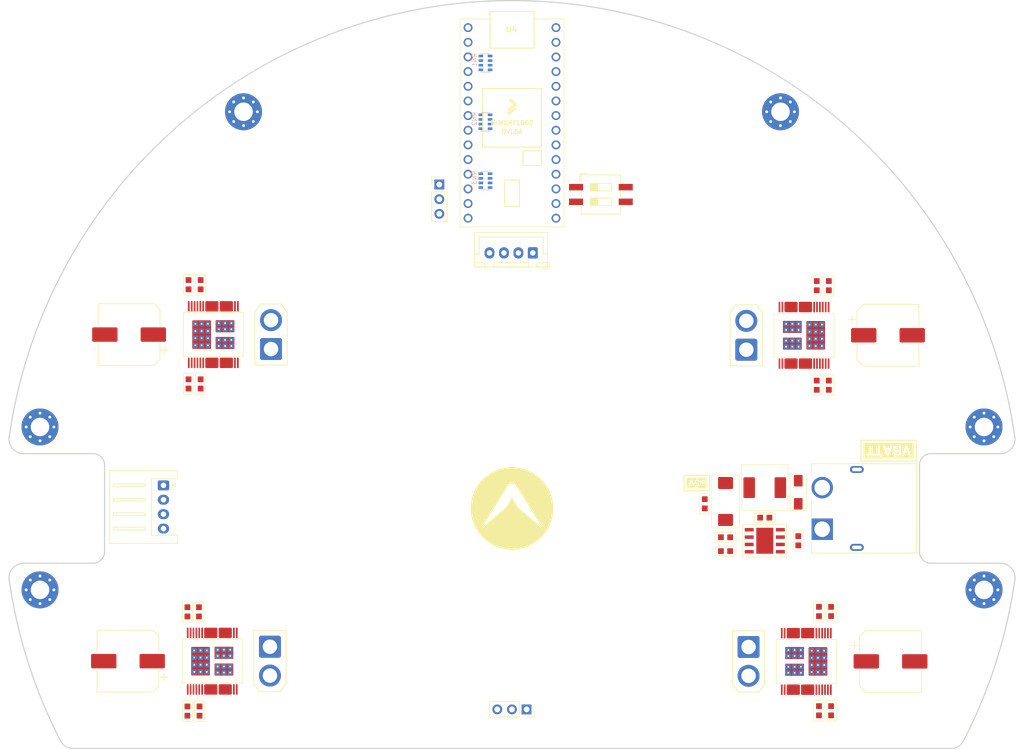
<source format=kicad_pcb>
(kicad_pcb (version 20221018) (generator pcbnew)
  (layers (0 "F.Cu" signal) (31 "B.Cu" signal) (34 "B.Paste" user) (35 "F.Paste" user) (36 "B.SilkS" user "B.Silkscreen") (37 "F.SilkS" user "F.Silkscreen") (38 "B.Mask" user) (39 "F.Mask" user) (44 "Edge.Cuts" user))
  (net 0 "")
  (net 2 "GND")
  (net 4 "+5V")
  (net 8 "VCC")
  (net 9 "Net-(U2-VSENSE)")
  (net 10 "Net-(U2-BOOT)")
  (net 12 "Net-(D2-K)")
  (net 13 "/+3V3")
  (net 14 "/L1 TX")
  (net 15 "/L1 RX")
  (net 16 "/FR PWM")
  (net 17 "/FR INB")
  (net 18 "/FR INA")
  (net 19 "/FL PWM")
  (net 20 "/FL INB")
  (net 21 "/FL INA")
  (net 22 "/ESP TX")
  (net 23 "/ESP RX")
  (net 24 "/ESC")
  (net 25 "/COM SCL")
  (net 26 "/COM SDA")
  (net 27 "/DIP2")
  (net 28 "/DIP1")
  (net 29 "/CAM TX")
  (net 30 "/CAM RX")
  (net 31 "/BR PWM")
  (net 32 "/BR INB")
  (net 33 "/BR INA")
  (net 34 "/BL PWM")
  (net 35 "/BL INB")
  (net 36 "/BL INA")
  (net 37 "/M1 OUTA")
  (net 38 "/M1 OUTB")
  (net 39 "/M2 OUTB")
  (net 40 "/M2 OUTA")
  (net 41 "/M3 OUTB")
  (net 42 "/M3 OUTA")
  (net 43 "/M4 OUTA")
  (net 44 "/M4 OUTB")
  (net 45 "/M SW")
  (net 46 "Net-(U5-ENA)")
  (net 47 "Net-(U5-ENB)")
  (net 48 "Net-(U6-ENA)")
  (net 49 "Net-(U6-ENB)")
  (net 50 "Net-(U7-ENA)")
  (net 51 "Net-(U7-ENB)")
  (net 52 "Net-(U8-ENA)")
  (net 53 "Net-(U8-ENB)")
  (footprint "2024l2:AMASS_XT30-F" (layer "F.Cu") (at 107.99 70.130422 90)
    (fp_text reference "J8" hide)
    (fp_text value "Conn_01x02")
    (pad "1" thru_hole circle (at 2.5 0 270) (size 3.8 3.8) (drill 2.5) (layers "*.Cu" "*.Mask") (net 43 "/M4 OUTA"))
    (pad "2" thru_hole roundrect (at -2.5 0 270) (size 3.8 3.8) (drill 2.5) (layers "*.Cu" "*.Mask") (roundrect_rratio 0.1) (net 44 "/M4 OUTB"))
  )
  (footprint "MountingHole:MountingHole_3.2mm_M3_Pad_Via" (layer "F.Cu") (at 231.5412 86.1359)
    (fp_text reference "H4" hide)
    (fp_text value "MountingHole_Pad")
    (pad "1" thru_hole circle (at -2.4 0) (size 0.8 0.8) (drill 0.5) (layers "*.Cu" "*.Mask"))
    (pad "1" thru_hole circle (at -1.697056 -1.697056) (size 0.8 0.8) (drill 0.5) (layers "*.Cu" "*.Mask"))
    (pad "1" thru_hole circle (at -1.697056 1.697056) (size 0.8 0.8) (drill 0.5) (layers "*.Cu" "*.Mask"))
    (pad "1" thru_hole circle (at 0 -2.4) (size 0.8 0.8) (drill 0.5) (layers "*.Cu" "*.Mask"))
    (pad "1" thru_hole circle (at 0 0) (size 6.4 6.4) (drill 3.2) (layers "*.Cu" "*.Mask"))
    (pad "1" thru_hole circle (at 0 2.4) (size 0.8 0.8) (drill 0.5) (layers "*.Cu" "*.Mask"))
    (pad "1" thru_hole circle (at 1.697056 -1.697056) (size 0.8 0.8) (drill 0.5) (layers "*.Cu" "*.Mask"))
    (pad "1" thru_hole circle (at 1.697056 1.697056) (size 0.8 0.8) (drill 0.5) (layers "*.Cu" "*.Mask"))
    (pad "1" thru_hole circle (at 2.4 0) (size 0.8 0.8) (drill 0.5) (layers "*.Cu" "*.Mask"))
  )
  (footprint "MountingHole:MountingHole_3.2mm_M3_Pad_Via" (layer "F.Cu") (at 196.2776 31.5173)
    (fp_text reference "H6" hide)
    (fp_text value "MountingHole_Pad")
    (pad "1" thru_hole circle (at -2.4 0) (size 0.8 0.8) (drill 0.5) (layers "*.Cu" "*.Mask"))
    (pad "1" thru_hole circle (at -1.697056 -1.697056) (size 0.8 0.8) (drill 0.5) (layers "*.Cu" "*.Mask"))
    (pad "1" thru_hole circle (at -1.697056 1.697056) (size 0.8 0.8) (drill 0.5) (layers "*.Cu" "*.Mask"))
    (pad "1" thru_hole circle (at 0 -2.4) (size 0.8 0.8) (drill 0.5) (layers "*.Cu" "*.Mask"))
    (pad "1" thru_hole circle (at 0 0) (size 6.4 6.4) (drill 3.2) (layers "*.Cu" "*.Mask"))
    (pad "1" thru_hole circle (at 0 2.4) (size 0.8 0.8) (drill 0.5) (layers "*.Cu" "*.Mask"))
    (pad "1" thru_hole circle (at 1.697056 -1.697056) (size 0.8 0.8) (drill 0.5) (layers "*.Cu" "*.Mask"))
    (pad "1" thru_hole circle (at 1.697056 1.697056) (size 0.8 0.8) (drill 0.5) (layers "*.Cu" "*.Mask"))
    (pad "1" thru_hole circle (at 2.4 0) (size 0.8 0.8) (drill 0.5) (layers "*.Cu" "*.Mask"))
  )
  (footprint "2024l2:cap0603" (layer "F.Cu") (at 199.35 105.850001 -90)
    (fp_text reference "C1" hide)
    (fp_text value "10u")
    (pad "1" smd roundrect (at -0.8 0 270) (size 1 1) (layers "F.Cu" "F.Paste" "F.Mask") (roundrect_rratio 0.1) (net 8 "VCC"))
    (pad "2" smd roundrect (at 0.8 0 270) (size 1 1) (layers "F.Cu" "F.Paste" "F.Mask") (roundrect_rratio 0.1) (net 2 "GND"))
  )
  (footprint "2024l2:VNH5050AE" (layer "F.Cu") (at 200.74 126.76 90)
    (fp_text reference "U5" hide)
    (fp_text value "VNH5050A-E")
    (pad "2" smd roundrect (at -4.9 -3.75 90) (size 1.8 0.3) (layers "F.Cu" "F.Paste" "F.Mask") (roundrect_rratio 0.1))
    (pad "13" smd roundrect (at -4.9 1.75 90) (size 1.8 0.3) (layers "F.Cu" "F.Paste" "F.Mask") (roundrect_rratio 0.1))
    (pad "14" smd roundrect (at -4.9 2.25 90) (size 1.8 0.3) (layers "F.Cu" "F.Paste" "F.Mask") (roundrect_rratio 0.1))
    (pad "15" smd roundrect (at -4.9 2.75 90) (size 1.8 0.3) (layers "F.Cu" "F.Paste" "F.Mask") (roundrect_rratio 0.1) (net 21 "/FL INA"))
    (pad "16" smd roundrect (at -4.9 3.25 90) (size 1.8 0.3) (layers "F.Cu" "F.Paste" "F.Mask") (roundrect_rratio 0.1) (net 46 "Net-(U5-ENA)"))
    (pad "17" smd roundrect (at -4.9 3.75 90) (size 1.8 0.3) (layers "F.Cu" "F.Paste" "F.Mask") (roundrect_rratio 0.1) (net 19 "/FL PWM"))
    (pad "18" smd roundrect (at -4.9 4.25 90) (size 1.8 0.3) (layers "F.Cu" "F.Paste" "F.Mask") (roundrect_rratio 0.1))
    (pad "19" smd roundrect (at 4.9 4.25 90) (size 1.8 0.3) (layers "F.Cu" "F.Paste" "F.Mask") (roundrect_rratio 0.1))
    (pad "20" smd roundrect (at 4.9 3.75 90) (size 1.8 0.3) (layers "F.Cu" "F.Paste" "F.Mask") (roundrect_rratio 0.1))
    (pad "21" smd roundrect (at 4.9 3.25 90) (size 1.8 0.3) (layers "F.Cu" "F.Paste" "F.Mask") (roundrect_rratio 0.1) (net 47 "Net-(U5-ENB)"))
    (pad "22" smd roundrect (at 4.9 2.75 90) (size 1.8 0.3) (layers "F.Cu" "F.Paste" "F.Mask") (roundrect_rratio 0.1) (net 20 "/FL INB"))
    (pad "23" smd roundrect (at 4.9 2.25 90) (size 1.8 0.3) (layers "F.Cu" "F.Paste" "F.Mask") (roundrect_rratio 0.1))
    (pad "24" smd roundrect (at 4.9 1.75 90) (size 1.8 0.3) (layers "F.Cu" "F.Paste" "F.Mask") (roundrect_rratio 0.1))
    (pad "35" smd roundrect (at 4.9 -3.75 90) (size 1.8 0.3) (layers "F.Cu" "F.Paste" "F.Mask") (roundrect_rratio 0.1))
    (pad "37" thru_hole rect (at 0.925 -3.108 90) (size 0.808 0.808) (drill 0.3) (layers "*.Cu" "*.Mask") (net 38 "/M1 OUTB"))
    (pad "37" thru_hole rect (at 0.925 -2.025 90) (size 0.808 0.808) (drill 0.3) (layers "*.Cu" "*.Mask") (net 38 "/M1 OUTB"))
    (pad "37" thru_hole rect (at 0.925 -0.942 90) (size 0.808 0.808) (drill 0.3) (layers "*.Cu" "*.Mask") (net 38 "/M1 OUTB"))
    (pad "37" smd roundrect (at 1.45 -2.025 270) (size 2.1 3.25) (layers "F.Cu" "F.Mask") (roundrect_rratio 0.05) (net 38 "/M1 OUTB"))
    (pad "37" thru_hole rect (at 1.975 -3.108 90) (size 0.808 0.808) (drill 0.3) (layers "*.Cu" "*.Mask") (net 38 "/M1 OUTB"))
    (pad "37" thru_hole rect (at 1.975 -2.025 90) (size 0.808 0.808) (drill 0.3) (layers "*.Cu" "*.Mask") (net 38 "/M1 OUTB"))
    (pad "37" thru_hole rect (at 1.975 -0.942 90) (size 0.808 0.808) (drill 0.3) (layers "*.Cu" "*.Mask") (net 38 "/M1 OUTB"))
    (pad "37" smd roundrect (at 4.9 0.25 90) (size 1.8 2.3) (layers "F.Cu" "F.Paste" "F.Mask") (roundrect_rratio 0.1) (net 38 "/M1 OUTB"))
    (pad "38" smd roundrect (at -4.9 0.25 90) (size 1.8 2.3) (layers "F.Cu" "F.Paste" "F.Mask") (roundrect_rratio 0.1) (net 37 "/M1 OUTA"))
    (pad "38" thru_hole rect (at -1.975 -3.108 90) (size 0.808 0.808) (drill 0.3) (layers "*.Cu" "*.Mask") (net 37 "/M1 OUTA"))
    (pad "38" thru_hole rect (at -1.975 -2.025 90) (size 0.808 0.808) (drill 0.3) (layers "*.Cu" "*.Mask") (net 37 "/M1 OUTA"))
    (pad "38" thru_hole rect (at -1.975 -0.942 90) (size 0.808 0.808) (drill 0.3) (layers "*.Cu" "*.Mask") (net 37 "/M1 OUTA"))
    (pad "38" smd roundrect (at -1.45 -2.025 270) (size 2.1 3.25) (layers "F.Cu" "F.Mask") (roundrect_rratio 0.05) (net 37 "/M1 OUTA"))
    (pad "38" thru_hole rect (at -0.925 -3.108 90) (size 0.808 0.808) (drill 0.3) (layers "*.Cu" "*.Mask") (net 37 "/M1 OUTA"))
    (pad "38" thru_hole rect (at -0.925 -2.025 90) (size 0.808 0.808) (drill 0.3) (layers "*.Cu" "*.Mask") (net 37 "/M1 OUTA"))
    (pad "38" thru_hole rect (at -0.925 -0.942 90) (size 0.808 0.808) (drill 0.3) (layers "*.Cu" "*.Mask") (net 37 "/M1 OUTA"))
    (pad "39" thru_hole rect (at -1.85625 0.942 90) (size 0.808 0.808) (drill 0.3) (layers "*.Cu" "*.Mask") (net 8 "VCC"))
    (pad "39" thru_hole rect (at -1.85625 2.025 90) (size 0.808 0.808) (drill 0.3) (layers "*.Cu" "*.Mask") (net 8 "VCC"))
    (pad "39" thru_hole rect (at -1.85625 3.108 90) (size 0.808 0.808) (drill 0.3) (layers "*.Cu" "*.Mask") (net 8 "VCC"))
    (pad "39" thru_hole rect (at -0.61875 0.942 90) (size 0.808 0.808) (drill 0.3) (layers "*.Cu" "*.Mask") (net 8 "VCC"))
    (pad "39" thru_hole rect (at -0.61875 2.025 90) (size 0.808 0.808) (drill 0.3) (layers "*.Cu" "*.Mask") (net 8 "VCC"))
    (pad "39" thru_hole rect (at -0.61875 3.108 90) (size 0.808 0.808) (drill 0.3) (layers "*.Cu" "*.Mask") (net 8 "VCC"))
    (pad "39" smd roundrect (at 0 2.025 270) (size 4.95 3.25) (layers "F.Cu" "F.Mask") (roundrect_rratio 0.05) (net 8 "VCC"))
    (pad "39" thru_hole rect (at 0.61875 0.942 90) (size 0.808 0.808) (drill 0.3) (layers "*.Cu" "*.Mask") (net 8 "VCC"))
    (pad "39" thru_hole rect (at 0.61875 2.025 90) (size 0.808 0.808) (drill 0.3) (layers "*.Cu" "*.Mask") (net 8 "VCC"))
    (pad "39" thru_hole rect (at 0.61875 3.108 90) (size 0.808 0.808) (drill 0.3) (layers "*.Cu" "*.Mask") (net 8 "VCC"))
    (pad "39" thru_hole rect (at 1.85625 0.942 90) (size 0.808 0.808) (drill 0.3) (layers "*.Cu" "*.Mask") (net 8 "VCC"))
    (pad "39" thru_hole rect (at 1.85625 2.025 90) (size 0.808 0.808) (drill 0.3) (layers "*.Cu" "*.Mask") (net 8 "VCC"))
    (pad "39" thru_hole rect (at 1.85625 3.108 90) (size 0.808 0.808) (drill 0.3) (layers "*.Cu" "*.Mask") (net 8 "VCC"))
    (pad "GND" smd roundrect (at -4.9 -4.25 90) (size 1.8 0.3) (layers "F.Cu" "F.Paste" "F.Mask") (roundrect_rratio 0.1) (net 2 "GND"))
    (pad "GND" smd roundrect (at -4.9 -2.25 90) (size 1.8 2.3) (layers "F.Cu" "F.Paste" "F.Mask") (roundrect_rratio 0.1) (net 2 "GND"))
    (pad "GND" smd roundrect (at 4.9 -4.25 90) (size 1.8 0.3) (layers "F.Cu" "F.Paste" "F.Mask") (roundrect_rratio 0.1) (net 2 "GND"))
    (pad "GND" smd roundrect (at 4.9 -2.25 90) (size 1.8 2.3) (layers "F.Cu" "F.Paste" "F.Mask") (roundrect_rratio 0.1) (net 2 "GND"))
  )
  (footprint "MountingHole:MountingHole_3.2mm_M3_Pad_Via" (layer "F.Cu") (at 67.9588 86.1359)
    (fp_text reference "H3" hide)
    (fp_text value "MountingHole_Pad")
    (pad "1" thru_hole circle (at -2.4 0) (size 0.8 0.8) (drill 0.5) (layers "*.Cu" "*.Mask"))
    (pad "1" thru_hole circle (at -1.697056 -1.697056) (size 0.8 0.8) (drill 0.5) (layers "*.Cu" "*.Mask"))
    (pad "1" thru_hole circle (at -1.697056 1.697056) (size 0.8 0.8) (drill 0.5) (layers "*.Cu" "*.Mask"))
    (pad "1" thru_hole circle (at 0 -2.4) (size 0.8 0.8) (drill 0.5) (layers "*.Cu" "*.Mask"))
    (pad "1" thru_hole circle (at 0 0) (size 6.4 6.4) (drill 3.2) (layers "*.Cu" "*.Mask"))
    (pad "1" thru_hole circle (at 0 2.4) (size 0.8 0.8) (drill 0.5) (layers "*.Cu" "*.Mask"))
    (pad "1" thru_hole circle (at 1.697056 -1.697056) (size 0.8 0.8) (drill 0.5) (layers "*.Cu" "*.Mask"))
    (pad "1" thru_hole circle (at 1.697056 1.697056) (size 0.8 0.8) (drill 0.5) (layers "*.Cu" "*.Mask"))
    (pad "1" thru_hole circle (at 2.4 0) (size 0.8 0.8) (drill 0.5) (layers "*.Cu" "*.Mask"))
  )
  (footprint "2024l2:res0603" (layer "F.Cu") (at 205.04 118.11 -90)
    (fp_text reference "R8" hide)
    (fp_text value "1K")
    (pad "1" smd roundrect (at -0.8 0 270) (size 1 1) (layers "F.Cu" "F.Paste" "F.Mask") (roundrect_rratio 0.1) (net 45 "/M SW"))
    (pad "2" smd roundrect (at 0.8 0 270) (size 1 1) (layers "F.Cu" "F.Paste" "F.Mask") (roundrect_rratio 0.1) (net 47 "Net-(U5-ENB)"))
  )
  (footprint "2024l2:res0603" (layer "F.Cu") (at 95.79 61.480422 -90)
    (fp_text reference "R20" hide)
    (fp_text value "10K")
    (pad "1" smd roundrect (at -0.8 0 270) (size 1 1) (layers "F.Cu" "F.Paste" "F.Mask") (roundrect_rratio 0.1) (net 4 "+5V"))
    (pad "2" smd roundrect (at 0.8 0 270) (size 1 1) (layers "F.Cu" "F.Paste" "F.Mask") (roundrect_rratio 0.1) (net 52 "Net-(U8-ENA)"))
  )
  (footprint "Connector_PinSocket_2.54mm:PinSocket_1x03_P2.54mm_Vertical" (layer "F.Cu") (at 152.275 135.075 -90)
    (fp_text reference "J4" hide)
    (fp_text value "Conn_01x03")
    (pad "1" thru_hole rect (at 0 0 270) (size 1.7 1.7) (drill 1) (layers "*.Cu" "*.Mask") (net 24 "/ESC"))
    (pad "2" thru_hole oval (at 0 2.54 270) (size 1.7 1.7) (drill 1) (layers "*.Cu" "*.Mask"))
    (pad "3" thru_hole oval (at 0 5.08 270) (size 1.7 1.7) (drill 1) (layers "*.Cu" "*.Mask") (net 2 "GND"))
  )
  (footprint "2024l2:res0603" (layer "F.Cu") (at 202.94 118.11 -90)
    (fp_text reference "R13" hide)
    (fp_text value "10K")
    (pad "1" smd roundrect (at -0.8 0 270) (size 1 1) (layers "F.Cu" "F.Paste" "F.Mask") (roundrect_rratio 0.1) (net 4 "+5V"))
    (pad "2" smd roundrect (at 0.8 0 270) (size 1 1) (layers "F.Cu" "F.Paste" "F.Mask") (roundrect_rratio 0.1) (net 47 "Net-(U5-ENB)"))
  )
  (footprint "2024l2:res0603" (layer "F.Cu") (at 95.5014 118.169578 -90)
    (fp_text reference "R19" hide)
    (fp_text value "10K")
    (pad "1" smd roundrect (at -0.8 0 270) (size 1 1) (layers "F.Cu" "F.Paste" "F.Mask") (roundrect_rratio 0.1) (net 4 "+5V"))
    (pad "2" smd roundrect (at 0.8 0 270) (size 1 1) (layers "F.Cu" "F.Paste" "F.Mask") (roundrect_rratio 0.1) (net 50 "Net-(U7-ENA)"))
  )
  (footprint "2024l2:res0603" (layer "F.Cu") (at 205.04 135.31 90)
    (fp_text reference "R7" hide)
    (fp_text value "1K")
    (pad "1" smd roundrect (at -0.8 0 90) (size 1 1) (layers "F.Cu" "F.Paste" "F.Mask") (roundrect_rratio 0.1) (net 45 "/M SW"))
    (pad "2" smd roundrect (at 0.8 0 90) (size 1 1) (layers "F.Cu" "F.Paste" "F.Mask") (roundrect_rratio 0.1) (net 46 "Net-(U5-ENA)"))
  )
  (footprint "2024l2:res0603" (layer "F.Cu") (at 95.6014 135.369578 90)
    (fp_text reference "R21" hide)
    (fp_text value "10K")
    (pad "1" smd roundrect (at -0.8 0 90) (size 1 1) (layers "F.Cu" "F.Paste" "F.Mask") (roundrect_rratio 0.1) (net 4 "+5V"))
    (pad "2" smd roundrect (at 0.8 0 90) (size 1 1) (layers "F.Cu" "F.Paste" "F.Mask") (roundrect_rratio 0.1) (net 51 "Net-(U7-ENB)"))
  )
  (footprint "Button_Switch_SMD:SW_DIP_SPSTx02_Slide_6.7x6.64mm_W8.61mm_P2.54mm_LowProfile" (layer "F.Cu") (at 165.15 45.85)
    (fp_text reference "SW3" hide)
    (fp_text value "SW_DIP_x02")
    (pad "1" smd rect (at -4.305 -1.27) (size 2.44 1.12) (layers "F.Cu" "F.Paste" "F.Mask") (net 27 "/DIP2"))
    (pad "2" smd rect (at -4.305 1.27) (size 2.44 1.12) (layers "F.Cu" "F.Paste" "F.Mask") (net 28 "/DIP1"))
    (pad "3" smd rect (at 4.305 1.27) (size 2.44 1.12) (layers "F.Cu" "F.Paste" "F.Mask") (net 2 "GND"))
    (pad "4" smd rect (at 4.305 -1.27) (size 2.44 1.12) (layers "F.Cu" "F.Paste" "F.Mask") (net 2 "GND"))
  )
  (footprint "Connector_JST:JST_XH_B4B-XH-A_1x04_P2.50mm_Vertical" (layer "F.Cu") (at 153.35 55.975 180)
    (fp_text reference "J3" hide)
    (fp_text value "Conn_01x04")
    (pad "1" thru_hole roundrect (at 0 0 180) (size 1.7 1.95) (drill 0.95) (layers "*.Cu" "*.Mask") (roundrect_rratio 0.147059) (net 4 "+5V"))
    (pad "2" thru_hole oval (at 2.5 0 180) (size 1.7 1.95) (drill 0.95) (layers "*.Cu" "*.Mask") (net 22 "/ESP TX"))
    (pad "3" thru_hole oval (at 5 0 180) (size 1.7 1.95) (drill 0.95) (layers "*.Cu" "*.Mask") (net 23 "/ESP RX"))
    (pad "4" thru_hole oval (at 7.5 0 180) (size 1.7 1.95) (drill 0.95) (layers "*.Cu" "*.Mask") (net 2 "GND"))
  )
  (footprint "2024l2:cap0603" (layer "F.Cu") (at 193.55 101.850002)
    (fp_text reference "C2" hide)
    (fp_text value "10n")
    (pad "1" smd roundrect (at -0.8 0) (size 1 1) (layers "F.Cu" "F.Paste" "F.Mask") (roundrect_rratio 0.1) (net 10 "Net-(U2-BOOT)"))
    (pad "2" smd roundrect (at 0.8 0) (size 1 1) (layers "F.Cu" "F.Paste" "F.Mask") (roundrect_rratio 0.1) (net 12 "Net-(D2-K)"))
  )
  (footprint "2024l2:res0603" (layer "F.Cu") (at 204.65 61.65 -90)
    (fp_text reference "R10" hide)
    (fp_text value "1K")
    (pad "1" smd roundrect (at -0.8 0 270) (size 1 1) (layers "F.Cu" "F.Paste" "F.Mask") (roundrect_rratio 0.1) (net 45 "/M SW"))
    (pad "2" smd roundrect (at 0.8 0 270) (size 1 1) (layers "F.Cu" "F.Paste" "F.Mask") (roundrect_rratio 0.1) (net 49 "Net-(U6-ENB)"))
  )
  (footprint "2024l2:VNH5050AE" (layer "F.Cu") (at 200.35 70.25 90)
    (fp_text reference "U6" hide)
    (fp_text value "VNH5050A-E")
    (pad "2" smd roundrect (at -4.9 -3.75 90) (size 1.8 0.3) (layers "F.Cu" "F.Paste" "F.Mask") (roundrect_rratio 0.1))
    (pad "13" smd roundrect (at -4.9 1.75 90) (size 1.8 0.3) (layers "F.Cu" "F.Paste" "F.Mask") (roundrect_rratio 0.1))
    (pad "14" smd roundrect (at -4.9 2.25 90) (size 1.8 0.3) (layers "F.Cu" "F.Paste" "F.Mask") (roundrect_rratio 0.1))
    (pad "15" smd roundrect (at -4.9 2.75 90) (size 1.8 0.3) (layers "F.Cu" "F.Paste" "F.Mask") (roundrect_rratio 0.1) (net 36 "/BL INA"))
    (pad "16" smd roundrect (at -4.9 3.25 90) (size 1.8 0.3) (layers "F.Cu" "F.Paste" "F.Mask") (roundrect_rratio 0.1) (net 48 "Net-(U6-ENA)"))
    (pad "17" smd roundrect (at -4.9 3.75 90) (size 1.8 0.3) (layers "F.Cu" "F.Paste" "F.Mask") (roundrect_rratio 0.1) (net 34 "/BL PWM"))
    (pad "18" smd roundrect (at -4.9 4.25 90) (size 1.8 0.3) (layers "F.Cu" "F.Paste" "F.Mask") (roundrect_rratio 0.1))
    (pad "19" smd roundrect (at 4.9 4.25 90) (size 1.8 0.3) (layers "F.Cu" "F.Paste" "F.Mask") (roundrect_rratio 0.1))
    (pad "20" smd roundrect (at 4.9 3.75 90) (size 1.8 0.3) (layers "F.Cu" "F.Paste" "F.Mask") (roundrect_rratio 0.1))
    (pad "21" smd roundrect (at 4.9 3.25 90) (size 1.8 0.3) (layers "F.Cu" "F.Paste" "F.Mask") (roundrect_rratio 0.1) (net 49 "Net-(U6-ENB)"))
    (pad "22" smd roundrect (at 4.9 2.75 90) (size 1.8 0.3) (layers "F.Cu" "F.Paste" "F.Mask") (roundrect_rratio 0.1) (net 35 "/BL INB"))
    (pad "23" smd roundrect (at 4.9 2.25 90) (size 1.8 0.3) (layers "F.Cu" "F.Paste" "F.Mask") (roundrect_rratio 0.1))
    (pad "24" smd roundrect (at 4.9 1.75 90) (size 1.8 0.3) (layers "F.Cu" "F.Paste" "F.Mask") (roundrect_rratio 0.1))
    (pad "35" smd roundrect (at 4.9 -3.75 90) (size 1.8 0.3) (layers "F.Cu" "F.Paste" "F.Mask") (roundrect_rratio 0.1))
    (pad "37" thru_hole rect (at 0.925 -3.108 90) (size 0.808 0.808) (drill 0.3) (layers "*.Cu" "*.Mask") (net 41 "/M3 OUTB"))
    (pad "37" thru_hole rect (at 0.925 -2.025 90) (size 0.808 0.808) (drill 0.3) (layers "*.Cu" "*.Mask") (net 41 "/M3 OUTB"))
    (pad "37" thru_hole rect (at 0.925 -0.942 90) (size 0.808 0.808) (drill 0.3) (layers "*.Cu" "*.Mask") (net 41 "/M3 OUTB"))
    (pad "37" smd roundrect (at 1.45 -2.025 270) (size 2.1 3.25) (layers "F.Cu" "F.Mask") (roundrect_rratio 0.05) (net 41 "/M3 OUTB"))
    (pad "37" thru_hole rect (at 1.975 -3.108 90) (size 0.808 0.808) (drill 0.3) (layers "*.Cu" "*.Mask") (net 41 "/M3 OUTB"))
    (pad "37" thru_hole rect (at 1.975 -2.025 90) (size 0.808 0.808) (drill 0.3) (layers "*.Cu" "*.Mask") (net 41 "/M3 OUTB"))
    (pad "37" thru_hole rect (at 1.975 -0.942 90) (size 0.808 0.808) (drill 0.3) (layers "*.Cu" "*.Mask") (net 41 "/M3 OUTB"))
    (pad "37" smd roundrect (at 4.9 0.25 90) (size 1.8 2.3) (layers "F.Cu" "F.Paste" "F.Mask") (roundrect_rratio 0.1) (net 41 "/M3 OUTB"))
    (pad "38" smd roundrect (at -4.9 0.25 90) (size 1.8 2.3) (layers "F.Cu" "F.Paste" "F.Mask") (roundrect_rratio 0.1) (net 42 "/M3 OUTA"))
    (pad "38" thru_hole rect (at -1.975 -3.108 90) (size 0.808 0.808) (drill 0.3) (layers "*.Cu" "*.Mask") (net 42 "/M3 OUTA"))
    (pad "38" thru_hole rect (at -1.975 -2.025 90) (size 0.808 0.808) (drill 0.3) (layers "*.Cu" "*.Mask") (net 42 "/M3 OUTA"))
    (pad "38" thru_hole rect (at -1.975 -0.942 90) (size 0.808 0.808) (drill 0.3) (layers "*.Cu" "*.Mask") (net 42 "/M3 OUTA"))
    (pad "38" smd roundrect (at -1.45 -2.025 270) (size 2.1 3.25) (layers "F.Cu" "F.Mask") (roundrect_rratio 0.05) (net 42 "/M3 OUTA"))
    (pad "38" thru_hole rect (at -0.925 -3.108 90) (size 0.808 0.808) (drill 0.3) (layers "*.Cu" "*.Mask") (net 42 "/M3 OUTA"))
    (pad "38" thru_hole rect (at -0.925 -2.025 90) (size 0.808 0.808) (drill 0.3) (layers "*.Cu" "*.Mask") (net 42 "/M3 OUTA"))
    (pad "38" thru_hole rect (at -0.925 -0.942 90) (size 0.808 0.808) (drill 0.3) (layers "*.Cu" "*.Mask") (net 42 "/M3 OUTA"))
    (pad "39" thru_hole rect (at -1.85625 0.942 90) (size 0.808 0.808) (drill 0.3) (layers "*.Cu" "*.Mask") (net 8 "VCC"))
    (pad "39" thru_hole rect (at -1.85625 2.025 90) (size 0.808 0.808) (drill 0.3) (layers "*.Cu" "*.Mask") (net 8 "VCC"))
    (pad "39" thru_hole rect (at -1.85625 3.108 90) (size 0.808 0.808) (drill 0.3) (layers "*.Cu" "*.Mask") (net 8 "VCC"))
    (pad "39" thru_hole rect (at -0.61875 0.942 90) (size 0.808 0.808) (drill 0.3) (layers "*.Cu" "*.Mask") (net 8 "VCC"))
    (pad "39" thru_hole rect (at -0.61875 2.025 90) (size 0.808 0.808) (drill 0.3) (layers "*.Cu" "*.Mask") (net 8 "VCC"))
    (pad "39" thru_hole rect (at -0.61875 3.108 90) (size 0.808 0.808) (drill 0.3) (layers "*.Cu" "*.Mask") (net 8 "VCC"))
    (pad "39" smd roundrect (at 0 2.025 270) (size 4.95 3.25) (layers "F.Cu" "F.Mask") (roundrect_rratio 0.05) (net 8 "VCC"))
    (pad "39" thru_hole rect (at 0.61875 0.942 90) (size 0.808 0.808) (drill 0.3) (layers "*.Cu" "*.Mask") (net 8 "VCC"))
    (pad "39" thru_hole rect (at 0.61875 2.025 90) (size 0.808 0.808) (drill 0.3) (layers "*.Cu" "*.Mask") (net 8 "VCC"))
    (pad "39" thru_hole rect (at 0.61875 3.108 90) (size 0.808 0.808) (drill 0.3) (layers "*.Cu" "*.Mask") (net 8 "VCC"))
    (pad "39" thru_hole rect (at 1.85625 0.942 90) (size 0.808 0.808) (drill 0.3) (layers "*.Cu" "*.Mask") (net 8 "VCC"))
    (pad "39" thru_hole rect (at 1.85625 2.025 90) (size 0.808 0.808) (drill 0.3) (layers "*.Cu" "*.Mask") (net 8 "VCC"))
    (pad "39" thru_hole rect (at 1.85625 3.108 90) (size 0.808 0.808) (drill 0.3) (layers "*.Cu" "*.Mask") (net 8 "VCC"))
    (pad "GND" smd roundrect (at -4.9 -4.25 90) (size 1.8 0.3) (layers "F.Cu" "F.Paste" "F.Mask") (roundrect_rratio 0.1) (net 2 "GND"))
    (pad "GND" smd roundrect (at -4.9 -2.25 90) (size 1.8 2.3) (layers "F.Cu" "F.Paste" "F.Mask") (roundrect_rratio 0.1) (net 2 "GND"))
    (pad "GND" smd roundrect (at 4.9 -4.25 90) (size 1.8 0.3) (layers "F.Cu" "F.Paste" "F.Mask") (roundrect_rratio 0.1) (net 2 "GND"))
    (pad "GND" smd roundrect (at 4.9 -2.25 90) (size 1.8 2.3) (layers "F.Cu" "F.Paste" "F.Mask") (roundrect_rratio 0.1) (net 2 "GND"))
  )
  (footprint "2024l2:teensy4" (layer "F.Cu") (at 149.75 33.45)
    (fp_text reference "U4" (at -0.1 -16.2) (layer "F.SilkS"))
    (fp_text value "Teensy 4.0")
    (fp_text user "DVL6A" (at 0 1.524) (layer "F.SilkS") (effects (font (size 0.8 0.8))))
    (fp_text user "MIMXRT1062" (at 0 0) (layer "F.SilkS") (effects (font (size 0.8 0.8))))
    (pad "0" thru_hole circle (at -7.62 -13.97) (size 1.53 1.53) (drill 1.02) (layers "*.Cu" "*.Mask") (net 21 "/FL INA"))
    (pad "1" thru_hole circle (at -7.62 -11.43) (size 1.53 1.53) (drill 1.02) (layers "*.Cu" "*.Mask") (net 20 "/FL INB"))
    (pad "2" thru_hole circle (at -7.62 -8.89) (size 1.53 1.53) (drill 1.02) (layers "*.Cu" "*.Mask") (net 19 "/FL PWM"))
    (pad "3" thru_hole circle (at -7.62 -6.35) (size 1.53 1.53) (drill 1.02) (layers "*.Cu" "*.Mask") (net 18 "/FR INA"))
    (pad "3.3V_2" thru_hole circle (at 7.62 -11.43) (size 1.53 1.53) (drill 1.02) (layers "*.Cu" "*.Mask") (net 13 "/+3V3"))
    (pad "4" thru_hole circle (at -7.62 -3.81) (size 1.53 1.53) (drill 1.02) (layers "*.Cu" "*.Mask") (net 17 "/FR INB"))
    (pad "5" thru_hole circle (at -7.62 -1.27) (size 1.53 1.53) (drill 1.02) (layers "*.Cu" "*.Mask") (net 16 "/FR PWM"))
    (pad "6" thru_hole circle (at -7.62 1.27) (size 1.53 1.53) (drill 1.02) (layers "*.Cu" "*.Mask") (net 36 "/BL INA"))
    (pad "7" thru_hole circle (at -7.62 3.81) (size 1.53 1.53) (drill 1.02) (layers "*.Cu" "*.Mask") (net 35 "/BL INB"))
    (pad "8" thru_hole circle (at -7.62 6.35) (size 1.53 1.53) (drill 1.02) (layers "*.Cu" "*.Mask") (net 34 "/BL PWM"))
    (pad "9" thru_hole circle (at -7.62 8.89) (size 1.53 1.53) (drill 1.02) (layers "*.Cu" "*.Mask") (net 33 "/BR INA"))
    (pad "10" thru_hole circle (at -7.62 11.43) (size 1.53 1.53) (drill 1.02) (layers "*.Cu" "*.Mask") (net 32 "/BR INB"))
    (pad "11" thru_hole circle (at -7.62 13.97) (size 1.53 1.53) (drill 1.02) (layers "*.Cu" "*.Mask") (net 31 "/BR PWM"))
    (pad "12" thru_hole circle (at -7.62 16.51) (size 1.53 1.53) (drill 1.02) (layers "*.Cu" "*.Mask") (net 24 "/ESC"))
    (pad "13" thru_hole circle (at 7.62 16.51) (size 1.53 1.53) (drill 1.02) (layers "*.Cu" "*.Mask"))
    (pad "14" thru_hole circle (at 7.62 13.97) (size 1.53 1.53) (drill 1.02) (layers "*.Cu" "*.Mask") (net 30 "/CAM RX"))
    (pad "15" thru_hole circle (at 7.62 11.43) (size 1.53 1.53) (drill 1.02) (layers "*.Cu" "*.Mask") (net 29 "/CAM TX"))
    (pad "16" thru_hole circle (at 7.62 8.89) (size 1.53 1.53) (drill 1.02) (layers "*.Cu" "*.Mask") (net 22 "/ESP TX"))
    (pad "17" thru_hole circle (at 7.62 6.35) (size 1.53 1.53) (drill 1.02) (layers "*.Cu" "*.Mask") (net 23 "/ESP RX"))
    (pad "18" thru_hole circle (at 7.62 3.81) (size 1.53 1.53) (drill 1.02) (layers "*.Cu" "*.Mask") (net 26 "/COM SDA"))
    (pad "19" thru_hole circle (at 7.62 1.27) (size 1.53 1.53) (drill 1.02) (layers "*.Cu" "*.Mask") (net 25 "/COM SCL"))
    (pad "20" thru_hole circle (at 7.62 -1.27) (size 1.53 1.53) (drill 1.02) (layers "*.Cu" "*.Mask") (net 15 "/L1 RX"))
    (pad "21" thru_hole circle (at 7.62 -3.81) (size 1.53 1.53) (drill 1.02) (layers "*.Cu" "*.Mask") (net 14 "/L1 TX"))
    (pad "22" thru_hole circle (at 7.62 -6.35) (size 1.53 1.53) (drill 1.02) (layers "*.Cu" "*.Mask") (net 28 "/DIP1"))
    (pad "23" thru_hole circle (at 7.62 -8.89) (size 1.53 1.53) (drill 1.02) (layers "*.Cu" "*.Mask") (net 27 "/DIP2"))
    (pad "G1" thru_hole circle (at -7.62 -16.51) (size 1.53 1.53) (drill 1.02) (layers "*.Cu" "*.Mask") (net 2 "GND"))
    (pad "G3" thru_hole circle (at 7.62 -13.97) (size 1.53 1.53) (drill 1.02) (layers "*.Cu" "*.Mask") (net 2 "GND"))
    (pad "VIN" thru_hole circle (at 7.62 -16.51) (size 1.53 1.53) (drill 1.02) (layers "*.Cu" "*.Mask") (net 4 "+5V"))
  )
  (footprint "2024l2:res0603" (layer "F.Cu") (at 95.79 78.680422 90)
    (fp_text reference "R22" hide)
    (fp_text value "10K")
    (pad "1" smd roundrect (at -0.8 0 90) (size 1 1) (layers "F.Cu" "F.Paste" "F.Mask") (roundrect_rratio 0.1) (net 4 "+5V"))
    (pad "2" smd roundrect (at 0.8 0 90) (size 1 1) (layers "F.Cu" "F.Paste" "F.Mask") (roundrect_rratio 0.1) (net 53 "Net-(U8-ENB)"))
  )
  (footprint "2024l2:res0603" (layer "F.Cu") (at 202.94 135.31 90)
    (fp_text reference "R11" hide)
    (fp_text value "10K")
    (pad "1" smd roundrect (at -0.8 0 90) (size 1 1) (layers "F.Cu" "F.Paste" "F.Mask") (roundrect_rratio 0.1) (net 4 "+5V"))
    (pad "2" smd roundrect (at 0.8 0 90) (size 1 1) (layers "F.Cu" "F.Paste" "F.Mask") (roundrect_rratio 0.1) (net 46 "Net-(U5-ENA)"))
  )
  (footprint "2024l2:res0603" (layer "F.Cu") (at 93.501401 135.369578 90)
    (fp_text reference "R16" hide)
    (fp_text value "1K")
    (pad "1" smd roundrect (at -0.8 0 90) (size 1 1) (layers "F.Cu" "F.Paste" "F.Mask") (roundrect_rratio 0.1) (net 45 "/M SW"))
    (pad "2" smd roundrect (at 0.8 0 90) (size 1 1) (layers "F.Cu" "F.Paste" "F.Mask") (roundrect_rratio 0.1) (net 51 "Net-(U7-ENB)"))
  )
  (footprint "2024l2:AMASS_XT30-F" (layer "F.Cu") (at 107.8014 126.719578 -90)
    (fp_text reference "J6" hide)
    (fp_text value "Conn_01x02")
    (pad "1" thru_hole circle (at 2.5 0 90) (size 3.8 3.8) (drill 2.5) (layers "*.Cu" "*.Mask") (net 39 "/M2 OUTB"))
    (pad "2" thru_hole roundrect (at -2.5 0 90) (size 3.8 3.8) (drill 2.5) (layers "*.Cu" "*.Mask") (roundrect_rratio 0.1) (net 40 "/M2 OUTA"))
  )
  (footprint "2024l2:EIA-7343-D" (layer "F.Cu") (at 186.75 99.050001 90)
    (fp_text reference "C3" hide)
    (fp_text value "220u")
    (pad "1" smd roundrect (at -3.2 0 90) (size 2.1 2.6) (layers "F.Cu" "F.Paste" "F.Mask") (roundrect_rratio 0.120482) (net 4 "+5V"))
    (pad "2" smd roundrect (at 3.2 0 90) (size 2.1 2.6) (layers "F.Cu" "F.Paste" "F.Mask") (roundrect_rratio 0.120482) (net 2 "GND"))
  )
  (footprint "2024l2:0630 One Piece Inductor" (layer "F.Cu") (at 193.55 96.65 180)
    (fp_text reference "L1" hide)
    (fp_text value "15u")
    (pad "1" smd roundrect (at -2.7 0 180) (size 2 3.6) (layers "F.Cu" "F.Paste" "F.Mask") (roundrect_rratio 0.1) (net 12 "Net-(D2-K)"))
    (pad "2" smd roundrect (at 2.7 0 180) (size 2 3.6) (layers "F.Cu" "F.Paste" "F.Mask") (roundrect_rratio 0.1) (net 4 "+5V"))
  )
  (footprint "Capacitor_SMD:CP_Elec_10x12.5" (layer "F.Cu") (at 83.39 70.130422 180)
    (fp_text reference "C8" hide)
    (fp_text value "470u")
    (pad "1" smd roundrect (at -4.2 0 180) (size 4.4 2.5) (layers "F.Cu" "F.Paste" "F.Mask") (roundrect_rratio 0.1) (net 8 "VCC"))
    (pad "2" smd roundrect (at 4.2 0 180) (size 4.4 2.5) (layers "F.Cu" "F.Paste" "F.Mask") (roundrect_rratio 0.1) (net 2 "GND"))
  )
  (footprint "2024l2:res0603" (layer "F.Cu") (at 93.69 78.680422 90)
    (fp_text reference "R18" hide)
    (fp_text value "1K")
    (pad "1" smd roundrect (at -0.8 0 90) (size 1 1) (layers "F.Cu" "F.Paste" "F.Mask") (roundrect_rratio 0.1) (net 45 "/M SW"))
    (pad "2" smd roundrect (at 0.8 0 90) (size 1 1) (layers "F.Cu" "F.Paste" "F.Mask") (roundrect_rratio 0.1) (net 53 "Net-(U8-ENB)"))
  )
  (footprint "MountingHole:MountingHole_3.2mm_M3_Pad_Via" (layer "F.Cu") (at 231.5412 114.3641)
    (fp_text reference "H2" hide)
    (fp_text value "MountingHole_Pad")
    (pad "1" thru_hole circle (at -2.4 0) (size 0.8 0.8) (drill 0.5) (layers "*.Cu" "*.Mask"))
    (pad "1" thru_hole circle (at -1.697056 -1.697056) (size 0.8 0.8) (drill 0.5) (layers "*.Cu" "*.Mask"))
    (pad "1" thru_hole circle (at -1.697056 1.697056) (size 0.8 0.8) (drill 0.5) (layers "*.Cu" "*.Mask"))
    (pad "1" thru_hole circle (at 0 -2.4) (size 0.8 0.8) (drill 0.5) (layers "*.Cu" "*.Mask"))
    (pad "1" thru_hole circle (at 0 0) (size 6.4 6.4) (drill 3.2) (layers "*.Cu" "*.Mask"))
    (pad "1" thru_hole circle (at 0 2.4) (size 0.8 0.8) (drill 0.5) (layers "*.Cu" "*.Mask"))
    (pad "1" thru_hole circle (at 1.697056 -1.697056) (size 0.8 0.8) (drill 0.5) (layers "*.Cu" "*.Mask"))
    (pad "1" thru_hole circle (at 1.697056 1.697056) (size 0.8 0.8) (drill 0.5) (layers "*.Cu" "*.Mask"))
    (pad "1" thru_hole circle (at 2.4 0) (size 0.8 0.8) (drill 0.5) (layers "*.Cu" "*.Mask"))
  )
  (footprint "2024l2:AMASS_XT30-F" (layer "F.Cu") (at 190.35 70.25 90)
    (fp_text reference "J7" hide)
    (fp_text value "Conn_01x02")
    (pad "1" thru_hole circle (at 2.5 0 270) (size 3.8 3.8) (drill 2.5) (layers "*.Cu" "*.Mask") (net 41 "/M3 OUTB"))
    (pad "2" thru_hole roundrect (at -2.5 0 270) (size 3.8 3.8) (drill 2.5) (layers "*.Cu" "*.Mask") (roundrect_rratio 0.1) (net 42 "/M3 OUTA"))
  )
  (footprint "2024l2:VNH5050AE" (layer "F.Cu") (at 97.99 70.130422 -90)
    (fp_text reference "U8" hide)
    (fp_text value "VNH5050A-E")
    (pad "2" smd roundrect (at -4.9 -3.75 270) (size 1.8 0.3) (layers "F.Cu" "F.Paste" "F.Mask") (roundrect_rratio 0.1))
    (pad "13" smd roundrect (at -4.9 1.75 270) (size 1.8 0.3) (layers "F.Cu" "F.Paste" "F.Mask") (roundrect_rratio 0.1))
    (pad "14" smd roundrect (at -4.9 2.25 270) (size 1.8 0.3) (layers "F.Cu" "F.Paste" "F.Mask") (roundrect_rratio 0.1))
    (pad "15" smd roundrect (at -4.9 2.75 270) (size 1.8 0.3) (layers "F.Cu" "F.Paste" "F.Mask") (roundrect_rratio 0.1) (net 33 "/BR INA"))
    (pad "16" smd roundrect (at -4.9 3.25 270) (size 1.8 0.3) (layers "F.Cu" "F.Paste" "F.Mask") (roundrect_rratio 0.1) (net 52 "Net-(U8-ENA)"))
    (pad "17" smd roundrect (at -4.9 3.75 270) (size 1.8 0.3) (layers "F.Cu" "F.Paste" "F.Mask") (roundrect_rratio 0.1) (net 31 "/BR PWM"))
    (pad "18" smd roundrect (at -4.9 4.25 270) (size 1.8 0.3) (layers "F.Cu" "F.Paste" "F.Mask") (roundrect_rratio 0.1))
    (pad "19" smd roundrect (at 4.9 4.25 270) (size 1.8 0.3) (layers "F.Cu" "F.Paste" "F.Mask") (roundrect_rratio 0.1))
    (pad "20" smd roundrect (at 4.9 3.75 270) (size 1.8 0.3) (layers "F.Cu" "F.Paste" "F.Mask") (roundrect_rratio 0.1))
    (pad "21" smd roundrect (at 4.9 3.25 270) (size 1.8 0.3) (layers "F.Cu" "F.Paste" "F.Mask") (roundrect_rratio 0.1) (net 53 "Net-(U8-ENB)"))
    (pad "22" smd roundrect (at 4.9 2.75 270) (size 1.8 0.3) (layers "F.Cu" "F.Paste" "F.Mask") (roundrect_rratio 0.1) (net 32 "/BR INB"))
    (pad "23" smd roundrect (at 4.9 2.25 270) (size 1.8 0.3) (layers "F.Cu" "F.Paste" "F.Mask") (roundrect_rratio 0.1))
    (pad "24" smd roundrect (at 4.9 1.75 270) (size 1.8 0.3) (layers "F.Cu" "F.Paste" "F.Mask") (roundrect_rratio 0.1))
    (pad "35" smd roundrect (at 4.9 -3.75 270) (size 1.8 0.3) (layers "F.Cu" "F.Paste" "F.Mask") (roundrect_rratio 0.1))
    (pad "37" thru_hole rect (at 0.925 -3.108 270) (size 0.808 0.808) (drill 0.3) (layers "*.Cu" "*.Mask") (net 44 "/M4 OUTB"))
    (pad "37" thru_hole rect (at 0.925 -2.025 270) (size 0.808 0.808) (drill 0.3) (layers "*.Cu" "*.Mask") (net 44 "/M4 OUTB"))
    (pad "37" thru_hole rect (at 0.925 -0.942 270) (size 0.808 0.808) (drill 0.3) (layers "*.Cu" "*.Mask") (net 44 "/M4 OUTB"))
    (pad "37" smd roundrect (at 1.45 -2.025 90) (size 2.1 3.25) (layers "F.Cu" "F.Mask") (roundrect_rratio 0.05) (net 44 "/M4 OUTB"))
    (pad "37" thru_hole rect (at 1.975 -3.108 270) (size 0.808 0.808) (drill 0.3) (layers "*.Cu" "*.Mask") (net 44 "/M4 OUTB"))
    (pad "37" thru_hole rect (at 1.975 -2.025 270) (size 0.808 0.808) (drill 0.3) (layers "*.Cu" "*.Mask") (net 44 "/M4 OUTB"))
    (pad "37" thru_hole rect (at 1.975 -0.942 270) (size 0.808 0.808) (drill 0.3) (layers "*.Cu" "*.Mask") (net 44 "/M4 OUTB"))
    (pad "37" smd roundrect (at 4.9 0.25 270) (size 1.8 2.3) (layers "F.Cu" "F.Paste" "F.Mask") (roundrect_rratio 0.1) (net 44 "/M4 OUTB"))
    (pad "38" smd roundrect (at -4.9 0.25 270) (size 1.8 2.3) (layers "F.Cu" "F.Paste" "F.Mask") (roundrect_rratio 0.1) (net 43 "/M4 OUTA"))
    (pad "38" thru_hole rect (at -1.975 -3.108 270) (size 0.808 0.808) (drill 0.3) (layers "*.Cu" "*.Mask") (net 43 "/M4 OUTA"))
    (pad "38" thru_hole rect (at -1.975 -2.025 270) (size 0.808 0.808) (drill 0.3) (layers "*.Cu" "*.Mask") (net 43 "/M4 OUTA"))
    (pad "38" thru_hole rect (at -1.975 -0.942 270) (size 0.808 0.808) (drill 0.3) (layers "*.Cu" "*.Mask") (net 43 "/M4 OUTA"))
    (pad "38" smd roundrect (at -1.45 -2.025 90) (size 2.1 3.25) (layers "F.Cu" "F.Mask") (roundrect_rratio 0.05) (net 43 "/M4 OUTA"))
    (pad "38" thru_hole rect (at -0.925 -3.108 270) (size 0.808 0.808) (drill 0.3) (layers "*.Cu" "*.Mask") (net 43 "/M4 OUTA"))
    (pad "38" thru_hole rect (at -0.925 -2.025 270) (size 0.808 0.808) (drill 0.3) (layers "*.Cu" "*.Mask") (net 43 "/M4 OUTA"))
    (pad "38" thru_hole rect (at -0.925 -0.942 270) (size 0.808 0.808) (drill 0.3) (layers "*.Cu" "*.Mask") (net 43 "/M4 OUTA"))
    (pad "39" thru_hole rect (at -1.85625 0.942 270) (size 0.808 0.808) (drill 0.3) (layers "*.Cu" "*.Mask") (net 8 "VCC"))
    (pad "39" thru_hole rect (at -1.85625 2.025 270) (size 0.808 0.808) (drill 0.3) (layers "*.Cu" "*.Mask") (net 8 "VCC"))
    (pad "39" thru_hole rect (at -1.85625 3.108 270) (size 0.808 0.808) (drill 0.3) (layers "*.Cu" "*.Mask") (net 8 "VCC"))
    (pad "39" thru_hole rect (at -0.61875 0.942 270) (size 0.808 0.808) (drill 0.3) (layers "*.Cu" "*.Mask") (net 8 "VCC"))
    (pad "39" thru_hole rect (at -0.61875 2.025 270) (size 0.808 0.808) (drill 0.3) (layers "*.Cu" "*.Mask") (net 8 "VCC"))
    (pad "39" thru_hole rect (at -0.61875 3.108 270) (size 0.808 0.808) (drill 0.3) (layers "*.Cu" "*.Mask") (net 8 "VCC"))
    (pad "39" smd roundrect (at 0 2.025 90) (size 4.95 3.25) (layers "F.Cu" "F.Mask") (roundrect_rratio 0.05) (net 8 "VCC"))
    (pad "39" thru_hole rect (at 0.61875 0.942 270) (size 0.808 0.808) (drill 0.3) (layers "*.Cu" "*.Mask") (net 8 "VCC"))
    (pad "39" thru_hole rect (at 0.61875 2.025 270) (size 0.808 0.808) (drill 0.3) (layers "*.Cu" "*.Mask") (net 8 "VCC"))
    (pad "39" thru_hole rect (at 0.61875 3.108 270) (size 0.808 0.808) (drill 0.3) (layers "*.Cu" "*.Mask") (net 8 "VCC"))
    (pad "39" thru_hole rect (at 1.85625 0.942 270) (size 0.808 0.808) (drill 0.3) (layers "*.Cu" "*.Mask") (net 8 "VCC"))
    (pad "39" thru_hole rect (at 1.85625 2.025 270) (size 0.808 0.808) (drill 0.3) (layers "*.Cu" "*.Mask") (net 8 "VCC"))
    (pad "39" thru_hole rect (at 1.85625 3.108 270) (size 0.808 0.808) (drill 0.3) (layers "*.Cu" "*.Mask") (net 8 "VCC"))
    (pad "GND" smd roundrect (at -4.9 -4.25 270) (size 1.8 0.3) (layers "F.Cu" "F.Paste" "F.Mask") (roundrect_rratio 0.1) (net 2 "GND"))
    (pad "GND" smd roundrect (at -4.9 -2.25 270) (size 1.8 2.3) (layers "F.Cu" "F.Paste" "F.Mask") (roundrect_rratio 0.1) (net 2 "GND"))
    (pad "GND" smd roundrect (at 4.9 -4.25 270) (size 1.8 0.3) (layers "F.Cu" "F.Paste" "F.Mask") (roundrect_rratio 0.1) (net 2 "GND"))
    (pad "GND" smd roundrect (at 4.9 -2.25 270) (size 1.8 2.3) (layers "F.Cu" "F.Paste" "F.Mask") (roundrect_rratio 0.1) (net 2 "GND"))
  )
  (footprint "2024l2:res0603" (layer "F.Cu") (at 202.55 61.65 -90)
    (fp_text reference "R14" hide)
    (fp_text value "10K")
    (pad "1" smd roundrect (at -0.8 0 270) (size 1 1) (layers "F.Cu" "F.Paste" "F.Mask") (roundrect_rratio 0.1) (net 4 "+5V"))
    (pad "2" smd roundrect (at 0.8 0 270) (size 1 1) (layers "F.Cu" "F.Paste" "F.Mask") (roundrect_rratio 0.1) (net 49 "Net-(U6-ENB)"))
  )
  (footprint "2024l2:res0603" (layer "F.Cu") (at 186.75 105.250001)
    (fp_text reference "R5" hide)
    (fp_text value "10K")
    (pad "1" smd roundrect (at -0.8 0) (size 1 1) (layers "F.Cu" "F.Paste" "F.Mask") (roundrect_rratio 0.1) (net 4 "+5V"))
    (pad "2" smd roundrect (at 0.8 0) (size 1 1) (layers "F.Cu" "F.Paste" "F.Mask") (roundrect_rratio 0.1) (net 9 "Net-(U2-VSENSE)"))
  )
  (footprint "2024l2:res0603" (layer "F.Cu") (at 93.69 61.480422 -90)
    (fp_text reference "R17" hide)
    (fp_text value "1K")
    (pad "1" smd roundrect (at -0.8 0 270) (size 1 1) (layers "F.Cu" "F.Paste" "F.Mask") (roundrect_rratio 0.1) (net 45 "/M SW"))
    (pad "2" smd roundrect (at 0.8 0 270) (size 1 1) (layers "F.Cu" "F.Paste" "F.Mask") (roundrect_rratio 0.1) (net 52 "Net-(U8-ENA)"))
  )
  (footprint "2024l2:AMASS_XT30-F" (layer "F.Cu") (at 190.74 126.76 -90)
    (fp_text reference "J5" hide)
    (fp_text value "Conn_01x02")
    (pad "1" thru_hole circle (at 2.5 0 90) (size 3.8 3.8) (drill 2.5) (layers "*.Cu" "*.Mask") (net 37 "/M1 OUTA"))
    (pad "2" thru_hole roundrect (at -2.5 0 90) (size 3.8 3.8) (drill 2.5) (layers "*.Cu" "*.Mask") (roundrect_rratio 0.1) (net 38 "/M1 OUTB"))
  )
  (footprint "Connector_PinHeader_2.54mm:PinHeader_1x03_P2.54mm_Vertical" (layer "F.Cu") (at 137.15 44.125)
    (fp_text reference "SW4" hide)
    (fp_text value "SW_SPDT")
    (pad "1" thru_hole rect (at 0 0) (size 1.7 1.7) (drill 1) (layers "*.Cu" "*.Mask") (net 4 "+5V"))
    (pad "2" thru_hole oval (at 0 2.54) (size 1.7 1.7) (drill 1) (layers "*.Cu" "*.Mask") (net 45 "/M SW"))
    (pad "3" thru_hole oval (at 0 5.08) (size 1.7 1.7) (drill 1) (layers "*.Cu" "*.Mask") (net 2 "GND"))
  )
  (footprint "2024l2:res0603" (layer "F.Cu") (at 204.65 78.9 90)
    (fp_text reference "R9" hide)
    (fp_text value "1K")
    (pad "1" smd roundrect (at -0.8 0 90) (size 1 1) (layers "F.Cu" "F.Paste" "F.Mask") (roundrect_rratio 0.1) (net 45 "/M SW"))
    (pad "2" smd roundrect (at 0.8 0 90) (size 1 1) (layers "F.Cu" "F.Paste" "F.Mask") (roundrect_rratio 0.1) (net 48 "Net-(U6-ENA)"))
  )
  (footprint "MountingHole:MountingHole_3.2mm_M3_Pad_Via" (layer "F.Cu") (at 67.9588 114.3641)
    (fp_text reference "H1" hide)
    (fp_text value "MountingHole_Pad")
    (pad "1" thru_hole circle (at -2.4 0) (size 0.8 0.8) (drill 0.5) (layers "*.Cu" "*.Mask"))
    (pad "1" thru_hole circle (at -1.697056 -1.697056) (size 0.8 0.8) (drill 0.5) (layers "*.Cu" "*.Mask"))
    (pad "1" thru_hole circle (at -1.697056 1.697056) (size 0.8 0.8) (drill 0.5) (layers "*.Cu" "*.Mask"))
    (pad "1" thru_hole circle (at 0 -2.4) (size 0.8 0.8) (drill 0.5) (layers "*.Cu" "*.Mask"))
    (pad "1" thru_hole circle (at 0 0) (size 6.4 6.4) (drill 3.2) (layers "*.Cu" "*.Mask"))
    (pad "1" thru_hole circle (at 0 2.4) (size 0.8 0.8) (drill 0.5) (layers "*.Cu" "*.Mask"))
    (pad "1" thru_hole circle (at 1.697056 -1.697056) (size 0.8 0.8) (drill 0.5) (layers "*.Cu" "*.Mask"))
    (pad "1" thru_hole circle (at 1.697056 1.697056) (size 0.8 0.8) (drill 0.5) (layers "*.Cu" "*.Mask"))
    (pad "1" thru_hole circle (at 2.4 0) (size 0.8 0.8) (drill 0.5) (layers "*.Cu" "*.Mask"))
  )
  (footprint "kibuzzard-64C22778" (layer "F.Cu") (at 215.005 90.25 180)
    (fp_text reference "kibuzzard-64C22778" (at 0 -4.3942) (layer "F.SilkS") (effects (font (size 0 0))))
    (fp_text value "G***" hide)
  )
  (footprint "2024l2:SMA (DO-214AC)" (layer "F.Cu") (at 199.35 97.450001 -90)
    (fp_text reference "D2" hide)
    (fp_text value "SS54" hide)
    (pad "1" smd roundrect (at -2 0) (size 1.5 2) (layers "F.Cu" "F.Paste" "F.Mask") (roundrect_rratio 0.1) (net 12 "Net-(D2-K)"))
    (pad "2" smd roundrect (at 2 0) (size 1.5 2) (layers "F.Cu" "F.Paste" "F.Mask") (roundrect_rratio 0.1) (net 2 "GND"))
  )
  (footprint "2024l2:cap0603" (layer "F.Cu") (at 183.15 99.450001 90)
    (fp_text reference "C4" hide)
    (fp_text value "0.1u")
    (pad "1" smd roundrect (at -0.8 0 90) (size 1 1) (layers "F.Cu" "F.Paste" "F.Mask") (roundrect_rratio 0.1) (net 4 "+5V"))
    (pad "2" smd roundrect (at 0.8 0 90) (size 1 1) (layers "F.Cu" "F.Paste" "F.Mask") (roundrect_rratio 0.1) (net 2 "GND"))
  )
  (footprint "kibuzzard-64C36BB2" (layer "F.Cu") (at 181.75 95.850001 180)
    (fp_text reference "kibuzzard-64C36BB2" (at 0 -3.956315) (layer "F.SilkS") (effects (font (size 0 0))))
    (fp_text value "G***" hide)
  )
  (footprint "Connector_JST:JST_XH_S4B-XH-A_1x04_P2.50mm_Horizontal" (layer "F.Cu") (at 89.35 96.249999 -90)
    (fp_text reference "J2" hide)
    (fp_text value "Conn_01x04")
    (pad "1" thru_hole roundrect (at 0 0 270) (size 1.7 1.95) (drill 0.95) (layers "*.Cu" "*.Mask") (roundrect_rratio 0.147059) (net 4 "+5V"))
    (pad "2" thru_hole oval (at 2.5 0 270) (size 1.7 1.95) (drill 0.95) (layers "*.Cu" "*.Mask") (net 14 "/L1 TX"))
    (pad "3" thru_hole oval (at 5 0 270) (size 1.7 1.95) (drill 0.95) (layers "*.Cu" "*.Mask") (net 15 "/L1 RX"))
    (pad "4" thru_hole oval (at 7.5 0 270) (size 1.7 1.95) (drill 0.95) (layers "*.Cu" "*.Mask") (net 2 "GND"))
  )
  (footprint "2024l2:VNH5050AE" (layer "F.Cu") (at 97.8014 126.719578 -90)
    (fp_text reference "U7" hide)
    (fp_text value "VNH5050A-E")
    (pad "2" smd roundrect (at -4.9 -3.75 270) (size 1.8 0.3) (layers "F.Cu" "F.Paste" "F.Mask") (roundrect_rratio 0.1))
    (pad "13" smd roundrect (at -4.9 1.75 270) (size 1.8 0.3) (layers "F.Cu" "F.Paste" "F.Mask") (roundrect_rratio 0.1))
    (pad "14" smd roundrect (at -4.9 2.25 270) (size 1.8 0.3) (layers "F.Cu" "F.Paste" "F.Mask") (roundrect_rratio 0.1))
    (pad "15" smd roundrect (at -4.9 2.75 270) (size 1.8 0.3) (layers "F.Cu" "F.Paste" "F.Mask") (roundrect_rratio 0.1) (net 18 "/FR INA"))
    (pad "16" smd roundrect (at -4.9 3.25 270) (size 1.8 0.3) (layers "F.Cu" "F.Paste" "F.Mask") (roundrect_rratio 0.1) (net 50 "Net-(U7-ENA)"))
    (pad "17" smd roundrect (at -4.9 3.75 270) (size 1.8 0.3) (layers "F.Cu" "F.Paste" "F.Mask") (roundrect_rratio 0.1) (net 16 "/FR PWM"))
    (pad "18" smd roundrect (at -4.9 4.25 270) (size 1.8 0.3) (layers "F.Cu" "F.Paste" "F.Mask") (roundrect_rratio 0.1))
    (pad "19" smd roundrect (at 4.9 4.25 270) (size 1.8 0.3) (layers "F.Cu" "F.Paste" "F.Mask") (roundrect_rratio 0.1))
    (pad "20" smd roundrect (at 4.9 3.75 270) (size 1.8 0.3) (layers "F.Cu" "F.Paste" "F.Mask") (roundrect_rratio 0.1))
    (pad "21" smd roundrect (at 4.9 3.25 270) (size 1.8 0.3) (layers "F.Cu" "F.Paste" "F.Mask") (roundrect_rratio 0.1) (net 51 "Net-(U7-ENB)"))
    (pad "22" smd roundrect (at 4.9 2.75 270) (size 1.8 0.3) (layers "F.Cu" "F.Paste" "F.Mask") (roundrect_rratio 0.1) (net 17 "/FR INB"))
    (pad "23" smd roundrect (at 4.9 2.25 270) (size 1.8 0.3) (layers "F.Cu" "F.Paste" "F.Mask") (roundrect_rratio 0.1))
    (pad "24" smd roundrect (at 4.9 1.75 270) (size 1.8 0.3) (layers "F.Cu" "F.Paste" "F.Mask") (roundrect_rratio 0.1))
    (pad "35" smd roundrect (at 4.9 -3.75 270) (size 1.8 0.3) (layers "F.Cu" "F.Paste" "F.Mask") (roundrect_rratio 0.1))
    (pad "37" thru_hole rect (at 0.925 -3.108 270) (size 0.808 0.808) (drill 0.3) (layers "*.Cu" "*.Mask") (net 39 "/M2 OUTB"))
    (pad "37" thru_hole rect (at 0.925 -2.025 270) (size 0.808 0.808) (drill 0.3) (layers "*.Cu" "*.Mask") (net 39 "/M2 OUTB"))
    (pad "37" thru_hole rect (at 0.925 -0.942 270) (size 0.808 0.808) (drill 0.3) (layers "*.Cu" "*.Mask") (net 39 "/M2 OUTB"))
    (pad "37" smd roundrect (at 1.45 -2.025 90) (size 2.1 3.25) (layers "F.Cu" "F.Mask") (roundrect_rratio 0.05) (net 39 "/M2 OUTB"))
    (pad "37" thru_hole rect (at 1.975 -3.108 270) (size 0.808 0.808) (drill 0.3) (layers "*.Cu" "*.Mask") (net 39 "/M2 OUTB"))
    (pad "37" thru_hole rect (at 1.975 -2.025 270) (size 0.808 0.808) (drill 0.3) (layers "*.Cu" "*.Mask") (net 39 "/M2 OUTB"))
    (pad "37" thru_hole rect (at 1.975 -0.942 270) (size 0.808 0.808) (drill 0.3) (layers "*.Cu" "*.Mask") (net 39 "/M2 OUTB"))
    (pad "37" smd roundrect (at 4.9 0.25 270) (size 1.8 2.3) (layers "F.Cu" "F.Paste" "F.Mask") (roundrect_rratio 0.1) (net 39 "/M2 OUTB"))
    (pad "38" smd roundrect (at -4.9 0.25 270) (size 1.8 2.3) (layers "F.Cu" "F.Paste" "F.Mask") (roundrect_rratio 0.1) (net 40 "/M2 OUTA"))
    (pad "38" thru_hole rect (at -1.975 -3.108 270) (size 0.808 0.808) (drill 0.3) (layers "*.Cu" "*.Mask") (net 40 "/M2 OUTA"))
    (pad "38" thru_hole rect (at -1.975 -2.025 270) (size 0.808 0.808) (drill 0.3) (layers "*.Cu" "*.Mask") (net 40 "/M2 OUTA"))
    (pad "38" thru_hole rect (at -1.975 -0.942 270) (size 0.808 0.808) (drill 0.3) (layers "*.Cu" "*.Mask") (net 40 "/M2 OUTA"))
    (pad "38" smd roundrect (at -1.45 -2.025 90) (size 2.1 3.25) (layers "F.Cu" "F.Mask") (roundrect_rratio 0.05) (net 40 "/M2 OUTA"))
    (pad "38" thru_hole rect (at -0.925 -3.108 270) (size 0.808 0.808) (drill 0.3) (layers "*.Cu" "*.Mask") (net 40 "/M2 OUTA"))
    (pad "38" thru_hole rect (at -0.925 -2.025 270) (size 0.808 0.808) (drill 0.3) (layers "*.Cu" "*.Mask") (net 40 "/M2 OUTA"))
    (pad "38" thru_hole rect (at -0.925 -0.942 270) (size 0.808 0.808) (drill 0.3) (layers "*.Cu" "*.Mask") (net 40 "/M2 OUTA"))
    (pad "39" thru_hole rect (at -1.85625 0.942 270) (size 0.808 0.808) (drill 0.3) (layers "*.Cu" "*.Mask") (net 8 "VCC"))
    (pad "39" thru_hole rect (at -1.85625 2.025 270) (size 0.808 0.808) (drill 0.3) (layers "*.Cu" "*.Mask") (net 8 "VCC"))
    (pad "39" thru_hole rect (at -1.85625 3.108 270) (size 0.808 0.808) (drill 0.3) (layers "*.Cu" "*.Mask") (net 8 "VCC"))
    (pad "39" thru_hole rect (at -0.61875 0.942 270) (size 0.808 0.808) (drill 0.3) (layers "*.Cu" "*.Mask") (net 8 "VCC"))
    (pad "39" thru_hole rect (at -0.61875 2.025 270) (size 0.808 0.808) (drill 0.3) (layers "*.Cu" "*.Mask") (net 8 "VCC"))
    (pad "39" thru_hole rect (at -0.61875 3.108 270) (size 0.808 0.808) (drill 0.3) (layers "*.Cu" "*.Mask") (net 8 "VCC"))
    (pad "39" smd roundrect (at 0 2.025 90) (size 4.95 3.25) (layers "F.Cu" "F.Mask") (roundrect_rratio 0.05) (net 8 "VCC"))
    (pad "39" thru_hole rect (at 0.61875 0.942 270) (size 0.808 0.808) (drill 0.3) (layers "*.Cu" "*.Mask") (net 8 "VCC"))
    (pad "39" thru_hole rect (at 0.61875 2.025 270) (size 0.808 0.808) (drill 0.3) (layers "*.Cu" "*.Mask") (net 8 "VCC"))
    (pad "39" thru_hole rect (at 0.61875 3.108 270) (size 0.808 0.808) (drill 0.3) (layers "*.Cu" "*.Mask") (net 8 "VCC"))
    (pad "39" thru_hole rect (at 1.85625 0.942 270) (size 0.808 0.808) (drill 0.3) (layers "*.Cu" "*.Mask") (net 8 "VCC"))
    (pad "39" thru_hole rect (at 1.85625 2.025 270) (size 0.808 0.808) (drill 0.3) (layers "*.Cu" "*.Mask") (net 8 "VCC"))
    (pad "39" thru_hole rect (at 1.85625 3.108 270) (size 0.808 0.808) (drill 0.3) (layers "*.Cu" "*.Mask") (net 8 "VCC"))
    (pad "GND" smd roundrect (at -4.9 -4.25 270) (size 1.8 0.3) (layers "F.Cu" "F.Paste" "F.Mask") (roundrect_rratio 0.1) (net 2 "GND"))
    (pad "GND" smd roundrect (at -4.9 -2.25 270) (size 1.8 2.3) (layers "F.Cu" "F.Paste" "F.Mask") (roundrect_rratio 0.1) (net 2 "GND"))
    (pad "GND" smd roundrect (at 4.9 -4.25 270) (size 1.8 0.3) (layers "F.Cu" "F.Paste" "F.Mask") (roundrect_rratio 0.1) (net 2 "GND"))
    (pad "GND" smd roundrect (at 4.9 -2.25 270) (size 1.8 2.3) (layers "F.Cu" "F.Paste" "F.Mask") (roundrect_rratio 0.1) (net 2 "GND"))
  )
  (footprint "2024l2:res0603" (layer "F.Cu") (at 186.75 107.650001 180)
    (fp_text reference "R6" hide)
    (fp_text value "3K24")
    (pad "1" smd roundrect (at -0.8 0 180) (size 1 1) (layers "F.Cu" "F.Paste" "F.Mask") (roundrect_rratio 0.1) (net 9 "Net-(U2-VSENSE)"))
    (pad "2" smd roundrect (at 0.8 0 180) (size 1 1) (layers "F.Cu" "F.Paste" "F.Mask") (roundrect_rratio 0.1) (net 2 "GND"))
  )
  (footprint "2024l2:TI_SO-PowerPAD-8" (layer "F.Cu") (at 193.55 105.855001)
    (fp_text reference "U2" hide)
    (fp_text value "TPS5430DDA")
    (pad "1" smd roundrect (at -2.7 -1.905) (size 1.55 0.6) (layers "F.Cu" "F.Paste" "F.Mask") (roundrect_rratio 0.1) (net 10 "Net-(U2-BOOT)"))
    (pad "2" smd roundrect (at -2.7 -0.635) (size 1.55 0.6) (layers "F.Cu" "F.Paste" "F.Mask") (roundrect_rratio 0.1))
    (pad "3" smd roundrect (at -2.7 0.635) (size 1.55 0.6) (layers "F.Cu" "F.Paste" "F.Mask") (roundrect_rratio 0.1))
    (pad "4" smd roundrect (at -2.7 1.905) (size 1.55 0.6) (layers "F.Cu" "F.Paste" "F.Mask") (roundrect_rratio 0.1) (net 9 "Net-(U2-VSENSE)"))
    (pad "5" smd roundrect (at 2.7 1.905) (size 1.55 0.6) (layers "F.Cu" "F.Paste" "F.Mask") (roundrect_rratio 0.1))
    (pad "6" smd roundrect (at 2.7 0.635) (size 1.55 0.6) (layers "F.Cu" "F.Paste" "F.Mask") (roundrect_rratio 0.1) (net 2 "GND"))
    (pad "7" smd roundrect (at 2.7 -0.635) (size 1.55 0.6) (layers "F.Cu" "F.Paste" "F.Mask") (roundrect_rratio 0.1) (net 8 "VCC"))
    (pad "8" smd roundrect (at 2.7 -1.905) (size 1.55 0.6) (layers "F.Cu" "F.Paste" "F.Mask") (roundrect_rratio 0.1) (net 12 "Net-(D2-K)"))
    (pad "9" smd rect (at 0 0) (size 2.95 4.5) (layers "F.Cu" "F.Paste" "F.Mask") (net 2 "GND"))
  )
  (footprint "Capacitor_SMD:CP_Elec_10x12.5" (layer "F.Cu") (at 83.2014 126.719578 180)
    (fp_text reference "C7" hide)
    (fp_text value "470u")
    (pad "1" smd roundrect (at -4.2 0 180) (size 4.4 2.5) (layers "F.Cu" "F.Paste" "F.Mask") (roundrect_rratio 0.1) (net 8 "VCC"))
    (pad "2" smd roundrect (at 4.2 0 180) (size 4.4 2.5) (layers "F.Cu" "F.Paste" "F.Mask") (roundrect_rratio 0.1) (net 2 "GND"))
  )
  (footprint "Capacitor_SMD:CP_Elec_10x12.5" (layer "F.Cu") (at 214.9 70.25)
    (fp_text reference "C6" hide)
    (fp_text value "470u")
    (pad "1" smd roundrect (at -4.2 0) (size 4.4 2.5) (layers "F.Cu" "F.Paste" "F.Mask") (roundrect_rratio 0.1) (net 8 "VCC"))
    (pad "2" smd roundrect (at 4.2 0) (size 4.4 2.5) (layers "F.Cu" "F.Paste" "F.Mask") (roundrect_rratio 0.1) (net 2 "GND"))
  )
  (footprint "2024l2:res0603" (layer "F.Cu") (at 202.55 78.9 90)
    (fp_text reference "R12" hide)
    (fp_text value "10K")
    (pad "1" smd roundrect (at -0.8 0 90) (size 1 1) (layers "F.Cu" "F.Paste" "F.Mask") (roundrect_rratio 0.1) (net 4 "+5V"))
    (pad "2" smd roundrect (at 0.8 0 90) (size 1 1) (layers "F.Cu" "F.Paste" "F.Mask") (roundrect_rratio 0.1) (net 48 "Net-(U6-ENA)"))
  )
  (footprint "Capacitor_SMD:CP_Elec_10x12.5" (layer "F.Cu") (at 215.34 126.76)
    (fp_text reference "C5" hide)
    (fp_text value "470u")
    (pad "1" smd roundrect (at -4.2 0) (size 4.4 2.5) (layers "F.Cu" "F.Paste" "F.Mask") (roundrect_rratio 0.1) (net 8 "VCC"))
    (pad "2" smd roundrect (at 4.2 0) (size 4.4 2.5) (layers "F.Cu" "F.Paste" "F.Mask") (roundrect_rratio 0.1) (net 2 "GND"))
  )
  (footprint "MountingHole:MountingHole_3.2mm_M3_Pad_Via" (layer "F.Cu") (at 103.2224 31.5173)
    (fp_text reference "H5" hide)
    (fp_text value "MountingHole_Pad")
    (pad "1" thru_hole circle (at -2.4 0) (size 0.8 0.8) (drill 0.5) (layers "*.Cu" "*.Mask"))
    (pad "1" thru_hole circle (at -1.697056 -1.697056) (size 0.8 0.8) (drill 0.5) (layers "*.Cu" "*.Mask"))
    (pad "1" thru_hole circle (at -1.697056 1.697056) (size 0.8 0.8) (drill 0.5) (layers "*.Cu" "*.Mask"))
    (pad "1" thru_hole circle (at 0 -2.4) (size 0.8 0.8) (drill 0.5) (layers "*.Cu" "*.Mask"))
    (pad "1" thru_hole circle (at 0 0) (size 6.4 6.4) (drill 3.2) (layers "*.Cu" "*.Mask"))
    (pad "1" thru_hole circle (at 0 2.4) (size 0.8 0.8) (drill 0.5) (layers "*.Cu" "*.Mask"))
    (pad "1" thru_hole circle (at 1.697056 -1.697056) (size 0.8 0.8) (drill 0.5) (layers "*.Cu" "*.Mask"))
    (pad "1" thru_hole circle (at 1.697056 1.697056) (size 0.8 0.8) (drill 0.5) (layers "*.Cu" "*.Mask"))
    (pad "1" thru_hole circle (at 2.4 0) (size 0.8 0.8) (drill 0.5) (layers "*.Cu" "*.Mask"))
  )
  (footprint "2024l2:AMASS_XT60PW-M" (layer "F.Cu") (at 209.505 100.25 -90)
    (fp_text reference "J1" hide)
    (fp_text value "Conn_01x02")
    (pad "1" thru_hole rect (at 3.6 6 270) (size 3.716 3.716) (drill 2.7) (layers "*.Cu" "*.Mask") (net 8 "VCC"))
    (pad "2" thru_hole circle (at -3.6 6 270) (size 3.716 3.716) (drill 2.7) (layers "*.Cu" "*.Mask") (net 2 "GND"))
    (pad "S1" thru_hole oval (at 6.75 0 270) (size 1.2 2.4) (drill oval 0.6 1.7) (layers "*.Cu" "*.Mask"))
    (pad "S2" thru_hole oval (at -6.75 0 270) (size 1.2 2.4) (drill oval 0.6 1.7) (layers "*.Cu" "*.Mask"))
  )
  (footprint "2024l2:res0603" (layer "F.Cu") (at 93.5014 118.169578 -90)
    (fp_text reference "R15" hide)
    (fp_text value "1K")
    (pad "1" smd roundrect (at -0.8 0 270) (size 1 1) (layers "F.Cu" "F.Paste" "F.Mask") (roundrect_rratio 0.1) (net 45 "/M SW"))
    (pad "2" smd roundrect (at 0.8 0 270) (size 1 1) (layers "F.Cu" "F.Paste" "F.Mask") (roundrect_rratio 0.1) (net 50 "Net-(U7-ENA)"))
  )
  (footprint "2024l2:EXB38V472JV" (layer "B.Cu") (at 145.15 23.050001 -90)
    (fp_text reference "RN1" (at -0.5 1.9 90) (layer "B.SilkS") (effects (font (size 0.8 0.8) (thickness 0.1)) (justify mirror)))
    (fp_text value "EXB-V8V102JV" hide)
    (pad "1" smd rect (at -1.2 -0.8 270) (size 0.45 0.8) (layers "B.Cu" "B.Paste" "B.Mask") (net 21 "/FL INA"))
    (pad "2" smd rect (at -0.4 -0.8 270) (size 0.45 0.8) (layers "B.Cu" "B.Paste" "B.Mask") (net 20 "/FL INB"))
    (pad "3" smd rect (at 0.4 -0.8 270) (size 0.45 0.8) (layers "B.Cu" "B.Paste" "B.Mask") (net 19 "/FL PWM"))
    (pad "4" smd rect (at 1.2 -0.8 270) (size 0.45 0.8) (layers "B.Cu" "B.Paste" "B.Mask") (net 18 "/FR INA"))
    (pad "5" smd rect (at 1.2 0.8 270) (size 0.45 0.8) (layers "B.Cu" "B.Paste" "B.Mask") (net 18 "/FR INA"))
    (pad "6" smd rect (at 0.4 0.8 270) (size 0.45 0.8) (layers "B.Cu" "B.Paste" "B.Mask") (net 19 "/FL PWM"))
    (pad "7" smd rect (at -0.4 0.8 270) (size 0.45 0.8) (layers "B.Cu" "B.Paste" "B.Mask") (net 20 "/FL INB"))
    (pad "8" smd rect (at -1.2 0.8 270) (size 0.45 0.8) (layers "B.Cu" "B.Paste" "B.Mask") (net 21 "/FL INA"))
  )
  (footprint "2024l2:EXB38V472JV" (layer "B.Cu") (at 145.15 43.45 -90)
    (fp_text reference "RN3" (at -0.5 1.9 90) (layer "B.SilkS") (effects (font (size 0.8 0.8) (thickness 0.1)) (justify mirror)))
    (fp_text value "EXB-V8V102JV" hide)
    (pad "1" smd rect (at -1.2 -0.8 270) (size 0.45 0.8) (layers "B.Cu" "B.Paste" "B.Mask") (net 34 "/BL PWM"))
    (pad "2" smd rect (at -0.4 -0.8 270) (size 0.45 0.8) (layers "B.Cu" "B.Paste" "B.Mask") (net 33 "/BR INA"))
    (pad "3" smd rect (at 0.4 -0.8 270) (size 0.45 0.8) (layers "B.Cu" "B.Paste" "B.Mask") (net 32 "/BR INB"))
    (pad "4" smd rect (at 1.2 -0.8 270) (size 0.45 0.8) (layers "B.Cu" "B.Paste" "B.Mask") (net 31 "/BR PWM"))
    (pad "5" smd rect (at 1.2 0.8 270) (size 0.45 0.8) (layers "B.Cu" "B.Paste" "B.Mask") (net 31 "/BR PWM"))
    (pad "6" smd rect (at 0.4 0.8 270) (size 0.45 0.8) (layers "B.Cu" "B.Paste" "B.Mask") (net 32 "/BR INB"))
    (pad "7" smd rect (at -0.4 0.8 270) (size 0.45 0.8) (layers "B.Cu" "B.Paste" "B.Mask") (net 33 "/BR INA"))
    (pad "8" smd rect (at -1.2 0.8 270) (size 0.45 0.8) (layers "B.Cu" "B.Paste" "B.Mask") (net 34 "/BL PWM"))
  )
  (footprint "2024l2:EXB38V472JV" (layer "B.Cu") (at 145.15 33.25 -90)
    (fp_text reference "RN2" (at -0.5 1.9 90) (layer "B.SilkS") (effects (font (size 0.8 0.8) (thickness 0.1)) (justify mirror)))
    (fp_text value "EXB-V8V102JV" hide)
    (pad "1" smd rect (at -1.2 -0.8 270) (size 0.45 0.8) (layers "B.Cu" "B.Paste" "B.Mask") (net 17 "/FR INB"))
    (pad "2" smd rect (at -0.4 -0.8 270) (size 0.45 0.8) (layers "B.Cu" "B.Paste" "B.Mask") (net 16 "/FR PWM"))
    (pad "3" smd rect (at 0.4 -0.8 270) (size 0.45 0.8) (layers "B.Cu" "B.Paste" "B.Mask") (net 36 "/BL INA"))
    (pad "4" smd rect (at 1.2 -0.8 270) (size 0.45 0.8) (layers "B.Cu" "B.Paste" "B.Mask") (net 35 "/BL INB"))
    (pad "5" smd rect (at 1.2 0.8 270) (size 0.45 0.8) (layers "B.Cu" "B.Paste" "B.Mask") (net 35 "/BL INB"))
    (pad "6" smd rect (at 0.4 0.8 270) (size 0.45 0.8) (layers "B.Cu" "B.Paste" "B.Mask") (net 36 "/BL INA"))
    (pad "7" smd rect (at -0.4 0.8 270) (size 0.45 0.8) (layers "B.Cu" "B.Paste" "B.Mask") (net 16 "/FR PWM"))
    (pad "8" smd rect (at -1.2 0.8 270) (size 0.45 0.8) (layers "B.Cu" "B.Paste" "B.Mask") (net 17 "/FR INB"))
  )
  (gr_poly (pts (xy 149.382376 107.384455) (xy 149.01958 107.356869) (xy 148.662058 107.31144) (xy 148.310262 107.248618) (xy 147.964638 107.168851) (xy 147.625637 107.072588) (xy 147.293706 106.960278) (xy 146.969296 106.83237) (xy 146.652853 106.689313) (xy 146.344828 106.531555) (xy 146.045669 106.359545) (xy 145.755826 106.173731) (xy 145.475745 105.974564) (xy 145.205878 105.762491) (xy 144.946671 105.537962) (xy 144.698575 105.301425) (xy 144.462038 105.053329) (xy 144.237509 104.794123) (xy 144.025436 104.524255) (xy 143.826269 104.244175) (xy 143.640456 103.954331) (xy 143.468446 103.655172) (xy 143.310687 103.347147) (xy 143.16763 103.030705) (xy 143.039722 102.706294) (xy 142.927412 102.374363) (xy 142.831149 102.035362) (xy 142.751382 101.689738) (xy 142.68856 101.337942) (xy 142.643131 100.980421) (xy 142.615545 100.617624) (xy 142.60625 100.25) (xy 142.615545 99.882376) (xy 142.643131 99.51958) (xy 142.68856 99.162058) (xy 142.751382 98.810262) (xy 142.831149 98.464638) (xy 142.927412 98.125637) (xy 143.039722 97.793706) (xy 143.16763 97.469296) (xy 143.310687 97.152853) (xy 143.468446 96.844828) (xy 143.640456 96.545669) (xy 143.826269 96.255826) (xy 144.025436 95.975745) (xy 144.237509 95.705878) (xy 144.462038 95.446671) (xy 144.698575 95.198575) (xy 144.946671 94.962038) (xy 145.205878 94.737509) (xy 145.475745 94.525436) (xy 145.755826 94.326269) (xy 146.045669 94.140456) (xy 146.344828 93.968446) (xy 146.652853 93.810687) (xy 146.969296 93.66763) (xy 147.293706 93.539722) (xy 147.625637 93.427412) (xy 147.964638 93.331149) (xy 148.310262 93.251382) (xy 148.662058 93.18856) (xy 149.01958 93.143131) (xy 149.382376 93.115545) (xy 149.75 93.10625) (xy 150.117624 93.115545) (xy 150.480421 93.143131) (xy 150.837942 93.18856) (xy 151.189739 93.251382) (xy 151.535362 93.331149) (xy 151.874363 93.427412) (xy 152.206294 93.539722) (xy 152.530705 93.66763) (xy 152.847147 93.810687) (xy 153.155172 93.968446) (xy 153.454331 94.140456) (xy 153.744175 94.326269) (xy 154.024255 94.525436) (xy 154.294123 94.737509) (xy 154.553329 94.962038) (xy 154.801425 95.198575) (xy 155.037962 95.446671) (xy 155.262492 95.705878) (xy 155.474564 95.975745) (xy 155.673732 96.255826) (xy 155.859545 96.545669) (xy 156.031555 96.844828) (xy 156.189313 97.152853) (xy 156.33237 97.469296) (xy 156.460278 97.793706) (xy 156.572588 98.125637) (xy 156.668851 98.464638) (xy 156.748618 98.810262) (xy 156.81144 99.162058) (xy 156.856869 99.51958) (xy 156.884455 99.882376) (xy 156.89375 100.25) (xy 156.884455 100.617624) (xy 156.856869 100.980421) (xy 156.81144 101.337942) (xy 156.748618 101.689739) (xy 156.668851 102.035362) (xy 156.572588 102.374363) (xy 156.460278 102.706294) (xy 156.33237 103.030705) (xy 156.189313 103.347147) (xy 156.068134 103.58375) (xy 154.98875 103.58375) (xy 150.22625 95.96375) (xy 149.27375 95.96375) (xy 144.51125 103.583751) (xy 148.797501 99.974305) (xy 149.75 98.369872) (xy 150.7025 99.974305) (xy 154.98875 103.58375) (xy 156.068134 103.58375) (xy 156.031555 103.655172) (xy 155.859545 103.954331) (xy 155.673732 104.244175) (xy 155.474564 104.524255) (xy 155.262492 104.794123) (xy 155.037962 105.053329) (xy 154.801425 105.301425) (xy 154.553329 105.537962) (xy 154.294123 105.762492) (xy 154.024255 105.974564) (xy 153.744175 106.173732) (xy 153.454331 106.359545) (xy 153.155172 106.531555) (xy 152.847147 106.689313) (xy 152.530705 106.83237) (xy 152.206294 106.960278) (xy 151.874363 107.072588) (xy 151.535362 107.168851) (xy 151.189739 107.248618) (xy 150.837942 107.31144) (xy 150.480421 107.356869) (xy 150.117624 107.384455) (xy 149.75 107.39375)) (fill solid) (layer "F.SilkS"))
  (gr_poly (pts (xy 219.805 92.05) (xy 210.205 92.05) (xy 210.204999 88.45) (xy 219.805001 88.45)) (stroke (width 0.15)) (fill none) (layer "F.SilkS"))
  (gr_poly (pts (xy 184.006066 97.200002) (xy 179.55 97.200001) (xy 179.55 94.500001) (xy 184.006066 94.500001)) (stroke (width 0.15)) (fill none) (layer "F.SilkS"))
  (gr_arc (start 77.143691 90.750013) (mid 78.557884 91.33581) (end 79.143691 92.750013) (stroke (width 0.2)) (layer "Edge.Cuts"))
  (gr_line (start 220.356229 107.750012) (end 220.356229 92.750012) (stroke (width 0.2)) (layer "Edge.Cuts"))
  (gr_line (start 234.403666 109.750012) (end 222.356229 109.750012) (stroke (width 0.2)) (layer "Edge.Cuts"))
  (gr_arc (start 73.719316 141.859999) (mid 72.417205 141.494099) (end 71.496197 140.503566) (stroke (width 0.2)) (layer "Edge.Cuts"))
  (gr_arc (start 62.620999 112.600889) (mid 63.208504 110.610984) (end 65.096254 109.750012) (stroke (width 0.2)) (layer "Edge.Cuts"))
  (gr_arc (start 236.87892 87.899135) (mid 236.291414 89.889036) (end 234.403666 90.750012) (stroke (width 0.2)) (layer "Edge.Cuts"))
  (gr_arc (start 65.096254 90.750012) (mid 63.20851 89.889035) (end 62.620999 87.899135) (stroke (width 0.2)) (layer "Edge.Cuts"))
  (gr_arc (start 79.143691 107.750012) (mid 78.557906 109.164237) (end 77.143691 109.750011) (stroke (width 0.2)) (layer "Edge.Cuts"))
  (gr_line (start 65.096254 90.750012) (end 77.143691 90.750013) (stroke (width 0.2)) (layer "Edge.Cuts"))
  (gr_line (start 222.356229 90.750012) (end 234.403666 90.750012) (stroke (width 0.2)) (layer "Edge.Cuts"))
  (gr_arc (start 62.620999 87.899135) (mid 149.74996 12.250012) (end 236.87892 87.899135) (stroke (width 0.2)) (layer "Edge.Cuts"))
  (gr_arc (start 228.003723 140.503566) (mid 227.082734 141.494117) (end 225.780605 141.859999) (stroke (width 0.2)) (layer "Edge.Cuts"))
  (gr_arc (start 236.878921 112.600888) (mid 233.609969 126.923947) (end 228.003723 140.503566) (stroke (width 0.2)) (layer "Edge.Cuts"))
  (gr_arc (start 234.403666 109.750012) (mid 236.291414 110.610987) (end 236.878921 112.600888) (stroke (width 0.2)) (layer "Edge.Cuts"))
  (gr_line (start 79.143691 92.750013) (end 79.143691 107.750012) (stroke (width 0.2)) (layer "Edge.Cuts"))
  (gr_arc (start 220.356229 92.750012) (mid 220.942016 91.335799) (end 222.356229 90.750012) (stroke (width 0.2)) (layer "Edge.Cuts"))
  (gr_arc (start 71.496197 140.503566) (mid 65.889951 126.923947) (end 62.620999 112.600889) (stroke (width 0.2)) (layer "Edge.Cuts"))
  (gr_arc (start 222.356229 109.750012) (mid 220.942015 109.164226) (end 220.356229 107.750012) (stroke (width 0.2)) (layer "Edge.Cuts"))
  (gr_line (start 73.719316 141.859999) (end 225.780605 141.859999) (stroke (width 0.2)) (layer "Edge.Cuts"))
  (gr_line (start 77.143691 109.750011) (end 65.096254 109.750012) (stroke (width 0.2)) (layer "Edge.Cuts"))
)
</source>
